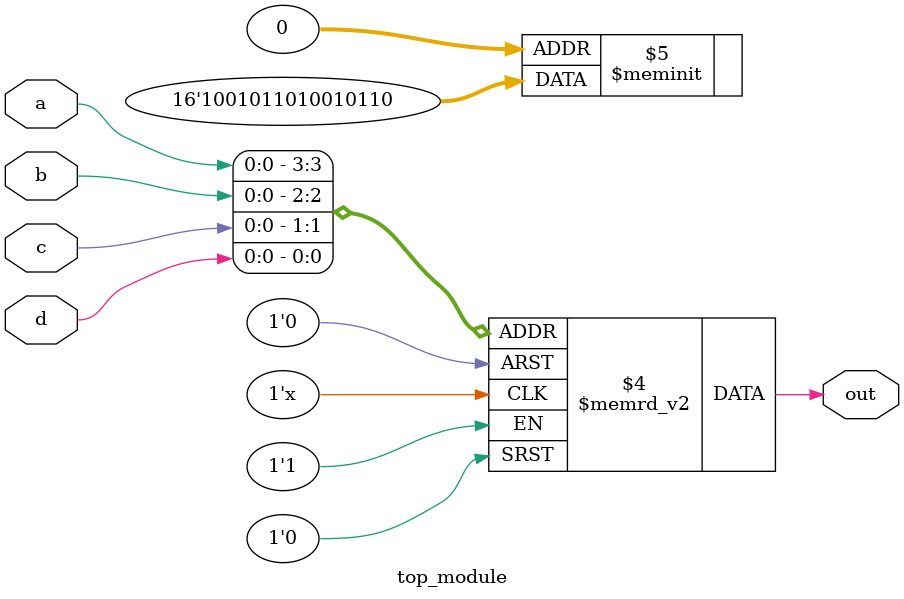
<source format=sv>
module top_module (
    input a,
    input b,
    input c,
    input d,
    output reg out
);
    
    always @(a or b or c or d)
    begin
        case ({a,b,c,d})
            
            4'b0000: out = 1'b0; // cd = 00
            4'b0001: out = 1'b1; // cd = 01
            4'b0011: out = 1'b0; // cd = 11
            4'b0010: out = 1'b1; // cd = 10
            
            4'b0100: out = 1'b1; // cd = 00
            4'b0101: out = 1'b0; // cd = 01
            4'b0111: out = 1'b1; // cd = 11
            4'b0110: out = 1'b0; // cd = 10
            
            4'b1100: out = 1'b1; // cd = 00
            4'b1101: out = 1'b0; // cd = 01
            4'b1111: out = 1'b1; // cd = 11
            4'b1110: out = 1'b0; // cd = 10
            
            4'b1000: out = 1'b0; // cd = 00
            4'b1001: out = 1'b1; // cd = 01
            4'b1011: out = 1'b0; // cd = 11
            4'b1010: out = 1'b1; // cd = 10
            
            default: out = 1'b0;
            
        endcase
    end
    
endmodule

</source>
